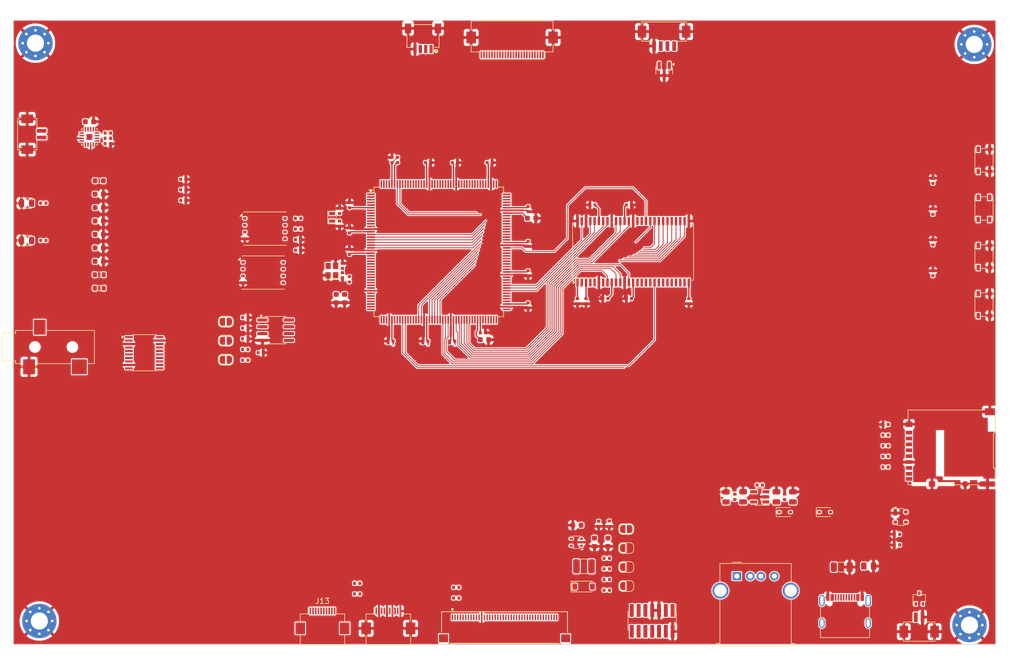
<source format=kicad_pcb>
(kicad_pcb (version 20240108) (generator "pcbnew") (generator_version "8.0")
  (layers (0 "F.Cu" signal) (1 "In1.Cu" signal) (2 "In2.Cu" signal) (31 "B.Cu" signal) (34 "B.Paste" user) (35 "F.Paste" user) (36 "B.SilkS" user "B.Silkscreen") (37 "F.SilkS" user "F.Silkscreen") (38 "B.Mask" user) (39 "F.Mask" user) (44 "Edge.Cuts" user))
  (net 0 "")
  (net 1 "/LCD/LED_A")
  (net 2 "GND")
  (net 3 "Net-(C34-Pad1)")
  (net 4 "/MCU/XIN")
  (net 5 "VDD")
  (net 6 "+3V3")
  (net 7 "/MCU/XOUT")
  (net 8 "/MCU/OSC32_OUT")
  (net 9 "/MCU/OSC32_IN")
  (net 10 "/USB/SHIELD")
  (net 11 "/MCU/NRST")
  (net 12 "/MEMORY SD CARD/SD_CLK")
  (net 13 "/MEMORY SD CARD/SD_DAT3")
  (net 14 "/LCD/LCD_B1")
  (net 15 "/MEMORY SD CARD/SD_DAT0")
  (net 16 "/LCD/LCD_R0")
  (net 17 "/LCD/LCD_TP_SCL")
  (net 18 "/LCD/LCD_TP_SDA")
  (net 19 "/LCD/LCD_DISP")
  (net 20 "/LCD/LCD_R4")
  (net 21 "/LCD/LCD_R5")
  (net 22 "/LCD/LCD_R1")
  (net 23 "/MEMORY SD CARD/SD_DAT2")
  (net 25 "/MEMORY SD CARD/SD_CMD")
  (net 26 "/MEMORY SD CARD/SD_DAT1")
  (net 27 "/MEMORY SD CARD/SD_DET")
  (net 28 "/LCD/LCD_G4")
  (net 29 "/LCD/LCD_G7")
  (net 30 "/LCD/LCD_R6")
  (net 31 "/LCD/LCD_B5")
  (net 32 "/LCD/LCD_CS")
  (net 33 "/IO/STEMMA_SDA")
  (net 34 "/IO/STEMMA_SCL")
  (net 35 "/LCD/LTDC_HSYNC")
  (net 36 "/LCD/LCD_SCL")
  (net 37 "/LCD/LCD_SDA")
  (net 38 "/LCD/LTDC_VSYNC")
  (net 39 "/LCD/LTDC_CLK")
  (net 40 "/LCD/LCD_B6")
  (net 41 "/LCD/LTDC_DE")
  (net 42 "/LCD/LCD_B7")
  (net 43 "/LCD/LCD_B4")
  (net 44 "/LCD/LCD_G5")
  (net 45 "/LCD/LCD_B3")
  (net 46 "/IO/DBG_TX")
  (net 47 "/IO/DBG_SWCLK")
  (net 48 "/IO/DBG_SWDIO")
  (net 49 "/IO/DBG_RX")
  (net 50 "/IO/DBG_SWO")
  (net 51 "/AUDIO/SPK-")
  (net 52 "/LCD/LCD_G2")
  (net 53 "/AUDIO/SPK+")
  (net 54 "/LCD/LCD_G6")
  (net 55 "/LCD/LCD_G3")
  (net 56 "/LCD/LED_K")
  (net 57 "/LCD/LCD_R7")
  (net 58 "/LCD/LCD_R3")
  (net 59 "Net-(J4-CC1)")
  (net 60 "VBUS")
  (net 62 "/USB/USB_D+")
  (net 63 "Net-(J4-CC2)")
  (net 65 "/USB/USB_D-")
  (net 68 "/LCD/LCD_R2")
  (net 69 "/LCD/LCD_G1")
  (net 70 "/LCD/LCD_BLK")
  (net 71 "/LCD/LCD_G0")
  (net 73 "Net-(JP5-A)")
  (net 74 "Net-(JP6-A)")
  (net 75 "/MCU/BOOT0")
  (net 76 "/MCU/BTN0")
  (net 77 "/MCU/QUADSPI_BK1_NCS")
  (net 78 "/MCU/BTN1")
  (net 79 "Net-(JP7-A)")
  (net 80 "/MCU/QUADSPI_BK2_NCS")
  (net 81 "Net-(D10-A)")
  (net 82 "/AUDIO/I2S_SD_MODE")
  (net 84 "/AUDIO/GAIN_SLOT")
  (net 87 "Net-(U6-~{SD_MODE})")
  (net 88 "/MEMORY EEPROM/SDA")
  (net 89 "/MEMORY EEPROM/SCL")
  (net 90 "/MCU/QUADSPI_BK1_IO1")
  (net 91 "/MCU/SDRAM_DQ10")
  (net 92 "/MCU/SDRAM_ADD10")
  (net 93 "/MCU/SDRAM_DQ4")
  (net 94 "/MCU/SDRAM_DQ2")
  (net 95 "/MCU/SDRAM_ADD9")
  (net 96 "/MCU/SDRAM_DQ9")
  (net 97 "/MCU/SDRAM_DQ13")
  (net 98 "/MCU/SDRAM_DQ6")
  (net 99 "/MCU/SDRAM_ADD11")
  (net 100 "/MCU/SDRAM_ADD0")
  (net 101 "/MCU/SDRAM_ADD7")
  (net 102 "/MCU/SDRAM_ADD8")
  (net 103 "/MCU/SDRAM_DQ8")
  (net 104 "/MCU/SDRAM_DQ0")
  (net 105 "/MCU/SDRAM_ADD6")
  (net 106 "/MCU/SDRAM_ADD3")
  (net 107 "/MCU/SDRAM_DQ5")
  (net 108 "/MCU/SDRAM_DQ12")
  (net 109 "/MCU/SDRAM_DQ11")
  (net 110 "/MCU/SDRAM_DQ7")
  (net 111 "/MCU/SDRAM_DQ1")
  (net 112 "/MCU/SDRAM_DQ3")
  (net 113 "/MCU/SDRAM_DQ15")
  (net 114 "/MCU/SDRAM_DQ14")
  (net 115 "/MCU/SDRAM_ADD5")
  (net 116 "/MCU/SDRAM_ADD2")
  (net 117 "/MCU/SDRAM_ADD1")
  (net 118 "/MCU/SDRAM_ADD4")
  (net 119 "/MCU/QUADSPI_BK1_IO3")
  (net 120 "/MCU/QUADSPI_BK1_IO0")
  (net 121 "/MCU/QUADSPI_CLK")
  (net 122 "/MCU/QUADSPI_BK1_IO2")
  (net 123 "/MCU/QUADSPI_BK2_IO0")
  (net 124 "/MCU/QUADSPI_BK2_IO3")
  (net 125 "/MCU/QUADSPI_BK2_IO1")
  (net 126 "/MCU/QUADSPI_BK2_IO2")
  (net 127 "/AUDIO/I2S_CK")
  (net 128 "/AUDIO/I2S_SDO")
  (net 129 "/AUDIO/I2S_WS")
  (net 130 "Net-(U2-PDR_ON)")
  (net 131 "Net-(D4-A)")
  (net 132 "Net-(U8-EN)")
  (net 134 "Net-(D5-A)")
  (net 135 "Net-(D6-A)")
  (net 136 "/MCU/LED_0")
  (net 137 "/MCU/LED_1")
  (net 138 "VB")
  (net 139 "VBAT")
  (net 140 "Net-(D8-A)")
  (net 141 "Net-(JP1-B)")
  (net 142 "Net-(JP2-B)")
  (net 143 "Net-(JP3-B)")
  (net 144 "Net-(JP4-B)")
  (net 145 "+5V")
  (net 148 "/MEMORY SDRAM/SDRAM_CLK")
  (net 149 "/MEMORY SDRAM/SDRAM_LDQM")
  (net 150 "/IO/USART2_RX")
  (net 151 "/IO/USART2_TX")
  (net 167 "/MCU/SDRAM_ADD12")
  (net 194 "/MEMORY SDRAM/~{SDRAM_CAS}")
  (net 195 "/LCD/LCD_B0")
  (net 196 "/LCD/LCD_B2")
  (net 197 "/MEMORY SDRAM/SDRAM_CKE")
  (net 198 "/MEMORY SDRAM/~{SDRAM_RAS}")
  (net 240 "/MEMORY SDRAM/SDRAM_BA0")
  (net 242 "/MEMORY SDRAM/SDRAM_UDQM")
  (net 243 "/MEMORY SDRAM/~{SDRAM_CS}")
  (net 244 "/MEMORY SDRAM/~{SDRAM_WE}")
  (net 245 "/MEMORY SDRAM/SDRAM_BA1")
  (net 246 "/LCD/LCD_TP_INT")
  (net 247 "/LCD/LCD_TP_RST")
  (net 254 "/DCMI/DCMI_D2")
  (net 255 "/DCMI/DCMI_PIXCLK")
  (net 256 "/DCMI/DCMI_VSYNC")
  (net 259 "/DCMI/DCMI_D3")
  (net 261 "/DCMI/DCMI_D0")
  (net 263 "/DCMI/DCMI_D6")
  (net 265 "/DCMI/DCMI_D1")
  (net 267 "/DCMI/DCMI_D7")
  (net 268 "/DCMI/DCMI_D4")
  (net 269 "/DCMI/DCMI_HSYNC")
  (net 270 "/DCMI/DCMI_D5")
  (net 273 "/AUDIO/DIN")
  (net 275 "+3V3A")
  (net 278 "Net-(U10-CAPP)")
  (net 279 "/AUDIO/LRCK")
  (net 280 "Net-(U10-VNEG)")
  (net 281 "Net-(U10-OUTR)")
  (net 282 "Net-(U10-OUTL)")
  (net 285 "Net-(U10-CAPM)")
  (net 286 "/AUDIO/BCK")
  (net 287 "Net-(C51-Pad1)")
  (net 288 "Net-(C52-Pad1)")
  (footprint "MountingHole:MountingHole_3.2mm_M3_Pad_Via" (layer "F.Cu") (at 54.496 40.7162 180)
    (property "Reference" "H3" (hide yes))
    (property "Value" "MountingHole_Pad")
  )
  (footprint "Capacitor_SMD:C_0402_1005Metric" (layer "F.Cu") (at 111.8131 84.0954 -90)
    (property "Reference" "C40" (hide yes))
    (property "Value" "16p")
  )
  (footprint "Resistor_SMD:R_0402_1005Metric" (layer "F.Cu") (at 122.1108 62.5378 -90)
    (property "Reference" "R19" (hide yes))
    (property "Value" "10K")
  )
  (footprint "Capacitor_SMD:C_0402_1005Metric" (layer "F.Cu") (at 222.0976 83.7158 90)
    (property "Reference" "C28" (hide yes))
    (property "Value" "100n")
  )
  (footprint "Capacitor_SMD:C_0402_1005Metric" (layer "F.Cu") (at 82.092 70.1012)
    (property "Reference" "C59" (hide yes))
    (property "Value" "100n")
  )
  (footprint "Capacitor_SMD:C_0402_1005Metric" (layer "F.Cu") (at 158.516 70.9552 180)
    (property "Reference" "C37" (hide yes))
    (property "Value" "100n")
  )
  (footprint "MountingHole:MountingHole_3.2mm_M3_Pad_Via" (layer "F.Cu") (at 55.2196 148.717 180)
    (property "Reference" "H4" (hide yes))
    (property "Value" "MountingHole_Pad")
  )
  (footprint "SM04B-SRSS-TB_LF__SN_:JST_SM04B-SRSS-TB_LF__SN_" (layer "F.Cu") (at 126.873 41.8272 180)
    (property "Reference" "J5" (hide yes))
    (property "Value" "I2C-STEMMA-QT")
  )
  (footprint "Resistor_SMD:R_0402_1005Metric" (layer "F.Cu") (at 213.2612 119.9386 180)
    (property "Reference" "R7" (hide yes))
    (property "Value" "10K")
  )
  (footprint "Resistor_SMD:R_0402_1005Metric" (layer "F.Cu") (at 68.008203 58.5036 180)
    (property "Reference" "R15" (hide yes))
    (property "Value" "NC")
  )
  (footprint "Resistor_SMD:R_0402_1005Metric" (layer "F.Cu") (at 93.6736 97.971)
    (property "Reference" "R31" (hide yes))
    (property "Value" "2K2")
  )
  (footprint "Resistor_SMD:R_0402_1005Metric" (layer "F.Cu") (at 55.9585 70.625334 180)
    (property "Reference" "R23" (hide yes))
    (property "Value" "1K")
  )
  (footprint "Resistor_SMD:R_0402_1005Metric" (layer "F.Cu") (at 114.5774 143.6624)
    (property "Reference" "R34" (hide yes))
    (property "Value" "4K7")
  )
  (footprint "Capacitor_SMD:C_0402_1005Metric" (layer "F.Cu") (at 165.316 70.9552)
    (property "Reference" "C36" (hide yes))
    (property "Value" "100n")
  )
  (footprint "Connector_USB:USB_A_Molex_67643_Horizontal" (layer "F.Cu") (at 185.476 140.3344)
    (property "Reference" "J12" (hide yes))
    (property "Value" "USB_A")
  )
  (footprint "Capacitor_SMD:C_0402_1005Metric" (layer "F.Cu") (at 121.0656 62.5678 90)
    (property "Reference" "C10" (hide yes))
    (property "Value" "100n")
  )
  (footprint "Capacitor_SMD:C_0402_1005Metric" (layer "F.Cu") (at 222.0976 77.958467 90)
    (property "Reference" "C27" (hide yes))
    (property "Value" "100n")
  )
  (footprint "Resistor_SMD:R_0402_1005Metric" (layer "F.Cu") (at 93.6736 93.991)
    (property "Reference" "R6" (hide yes))
    (property "Value" "10K")
  )
  (footprint "Crystal:Crystal_SMD_2012-2Pin_2.0x1.2mm" (layer "F.Cu") (at 109.8934 73.2636 90)
    (property "Reference" "Y2" (hide yes))
    (property "Value" "32.768KHz")
  )
  (footprint "Connector_USB:USB_C_Receptacle_G-Switch_GT-USB-7010ASV" (layer "F.Cu") (at 205.6892 148.0312)
    (property "Reference" "J4" (hide yes))
    (property "Value" "USB-C")
  )
  (footprint "Package_TO_SOT_SMD:SOT-23-5" (layer "F.Cu") (at 189.7579 125.5166 180)
    (property "Reference" "U8" (hide yes))
    (property "Value" "TLV75733PDBV")
  )
  (footprint "Jumper:SolderJumper-2_P1.3mm_Open_RoundedPad1.0x1.5mm" (layer "F.Cu") (at 90.0436 99.881)
    (property "Reference" "JP7" (hide yes))
    (property "Value" "JMP")
  )
  (footprint "Resistor_SMD:R_0402_1005Metric" (layer "F.Cu") (at 68.008203 59.510201)
    (property "Reference" "R16" (hide yes))
    (property "Value" "NC")
  )
  (footprint "Capacitor_SMD:C_0603_1608Metric" (layer "F.Cu") (at 66.402 78.9812)
    (property "Reference" "C56" (hide yes))
    (property "Value" "10u")
  )
  (footprint "Connector_PinHeader_1.27mm:PinHeader_2x07_P1.27mm_Vertical_SMD" (layer "F.Cu") (at 169.672 148.6916 -90)
    (property "Reference" "J7" (hide yes))
    (property "Value" "swd")
  )
  (footprint "Capacitor_SMD:C_0402_1005Metric" (layer "F.Cu") (at 157.316 88.9352 -90)
    (property "Reference" "C29" (hide yes))
    (property "Value" "100n")
  )
  (footprint "Resistor_SMD:R_0402_1005Metric" (layer "F.Cu") (at 213.2612 115.9586 180)
    (property "Reference" "R9" (hide yes))
    (property "Value" "10K")
  )
  (footprint "LED_SMD:LED_0805_2012Metric" (layer "F.Cu") (at 183.4578 125.5366 -90)
    (property "Reference" "D4" (hide yes))
    (property "Value" "GREEN")
  )
  (footprint "Resistor_SMD:R_0402_1005Metric" (layer "F.Cu") (at 194.4137 125.5166 90)
    (property "Reference" "R22" (hide yes))
    (property "Value" "100K")
  )
  (footprint "Capacitor_SMD:C_0603_1608Metric" (layer "F.Cu") (at 66.402 76.4712)
    (property "Reference" "C54" (hide yes))
    (property "Value" "10u")
  )
  (footprint "Package_SON:WSON-8-1EP_8x6mm_P1.27mm_EP3.4x4.3mm" (layer "F.Cu") (at 97.3415 75.379)
    (property "Reference" "U4" (hide yes))
    (property "Value" "MT25Q")
  )
  (footprint "Capacitor_SMD:C_0402_1005Metric" (layer "F.Cu") (at 139.3156 63.0478)
    (property "Reference" "C8" (hide yes))
    (property "Value" "100n")
  )
  (footprint "Package_TO_SOT_SMD:SOT-323_SC-70" (layer "F.Cu") (at 219.5572 144.5212 90)
    (property "Reference" "D7" (hide yes))
    (property "Value" "BAT54CW")
  )
  (footprint "Package_QFP:LQFP-176_24x24mm_P0.5mm" (layer "F.Cu") (at 129.8156 79.7228)
    (property "Reference" "U2" (hide yes))
    (property "Value" "STM32H743IITx")
  )
  (footprint "Resistor_SMD:R_0402_1005Metric" (layer "F.Cu") (at 161.1904 138.98)
    (property "Reference" "R28" (hide yes))
    (property "Value" "2.0R")
  )
  (footprint "Capacitor_SMD:C_0402_1005Metric" (layer "F.Cu") (at 96.5636 98.571)
    (property "Reference" "C20" (hide yes))
    (property "Value" "100n")
  )
  (footprint "Resistor_SMD:R_0402_1005Metric" (layer "F.Cu") (at 213.2612 117.9486 180)
    (property "Reference" "R8" (hide yes))
    (property "Value" "10K")
  )
  (footprint "Resistor_SMD:R_0805_2012Metric" (layer "F.Cu") (at 210.1 138.443)
    (property "Reference" "R13" (hide yes))
    (property "Value" "1M/0805")
  )
  (footprint "Capacitor_SMD:C_0805_2012Metric" (layer "F.Cu") (at 186.64 125.5166 90)
    (property "Reference" "C44" (hide yes))
    (property "Value" "2.2u")
  )
  (footprint "Capacitor_SMD:C_0402_1005Metric" (layer "F.Cu") (at 146.4906 71.7228 -90)
    (property "Reference" "C14" (hide yes))
    (property "Value" "100n")
  )
  (footprint "Resistor_SMD:R_0402_1005Metric" (layer "F.Cu") (at 161.6504 130.53 -90)
    (property "Reference" "R25" (hide yes))
    (property "Value" "8.2R")
  )
  (footprint "Capacitor_SMD:C_0402_1005Metric" (layer "F.Cu") (at 132.3156 96.3978 180)
    (property "Reference" "C5" (hide yes))
    (property "Value" "100n")
  )
  (footprint "Capacitor_SMD:C_0603_1608Metric" (layer "F.Cu") (at 64.5812 55.395401)
    (property "Reference" "C23" (hide yes))
    (property "Value" "10u")
  )
  (footprint "Resistor_SMD:R_0402_1005Metric" (layer "F.Cu") (at 133.0706 144.4244)
    (property "Reference" "R36" (hide yes))
    (property "Value" "4K7")
  )
  (footprint "Resistor_SMD:R_0402_1005Metric" (layer "F.Cu") (at 68.008203 57.5036 180)
    (property "Reference" "R14" (hide yes))
    (property "Value" "1M")
  )
  (footprint "Capacitor_SMD:C_0402_1005Metric" (layer "F.Cu") (at 146.4906 78.2228 -90)
    (property "Reference" "C15" (hide yes))
    (property "Value" "100n")
  )
  (footprint "Package_TO_SOT_SMD:SOT-353_SC-70-5" (layer "F.Cu") (at 155.5004 133.995 180)
    (property "Reference" "U5" (hide yes))
    (property "Value" "TPS61169")
  )
  (footprint "Capacitor_SMD:C_0402_1005Metric" (layer "F.Cu") (at 138.0456 94.8436)
    (property "Reference" "C9" (hide yes))
    (property "Value" "100n")
  )
  (footprint "Capacitor_SMD:C_0603_1608Metric" (layer "F.Cu") (at 66.402 68.9412)
    (property "Reference" "C51" (hide yes))
    (property "Value" "2.2u")
  )
  (footprint "Jumper:SolderJumper-2_P1.3mm_Open_RoundedPad1.0x1.5mm" (layer "F.Cu") (at 90.0436 96.331)
    (property "Reference" "JP6" (hide yes))
    (property "Value" "JMP")
  )
  (footprint "Capacitor_SMD:C_0402_1005Metric" (layer "F.Cu") (at 103.5254 79.4108)
    (property "Reference" "C22" (hide yes))
    (property "Value" "100n")
  )
  (footprint "Capacitor_SMD:C_0402_1005Metric" (layer "F.Cu") (at 213.2812 111.9886 180)
    (property "Reference" "C18" (hide yes))
    (property "Value" "100n")
  )
  (footprint "Jumper:SolderJumper-2_P1.3mm_Open_RoundedPad1.0x1.5mm" (layer "F.Cu") (at 164.8204 135.08 180)
    (property "Reference" "JP3" (hide yes))
    (property "Value" "JMP")
  )
  (footprint "Capacitor_SMD:C_0402_1005Metric" (layer "F.Cu") (at 127.3156 96.3978 180)
    (property "Reference" "C7" (hide yes))
    (property "Value" "100n")
  )
  (footprint "Capacitor_SMD:C_0402_1005Metric" (layer "F.Cu") (at 111.8131 82.3454 90)
    (property "Reference" "C39" (hide yes))
    (property "Value" "16p")
  )
  (footprint "Capacitor_SMD:C_0402_1005Metric" (layer "F.Cu") (at 132.8156 63.0478)
    (property "Reference" "C13" (hide yes))
    (property "Value" "100n")
  )
  (footprint "Resistor_SMD:R_0402_1005Metric" (layer "F.Cu") (at 133.0706 142.4344)
    (property "Reference" "R35" (hide yes))
    (property "Value" "4K7")
  )
  (footprint "Capacitor_SMD:C_0402_1005Metric" (layer "F.Cu") (at 127.8156 63.0478)
    (property "Reference" "C12" (hide yes))
    (property "Value" "100n")
  )
  (footprint "Capacitor_SMD:C_0603_1608Metric" (layer "F.Cu") (at 66.402 66.4312)
    (property "Reference" "C50" (hide yes))
    (property "Value" "2.2u")
  )
  (footprint "Capacitor_SMD:C_0603_1608Metric" (layer "F.Cu") (at 161.3904 133.99 -90)
    (property "Reference" "C46" (hide yes))
    (property "Value" "1u")
  )
  (footprint "Capacitor_SMD:C_0402_1005Metric" (layer "F.Cu") (at 159.6704 130.55 -90)
    (property "Reference" "C49" (hide yes))
    (property "Value" "100n")
  )
  (footprint "Resistor_SMD:R_0402_1005Metric" (layer "F.Cu") (at 161.1904 136.99)
    (property "Reference" "R29" (hide yes))
    (property "Value" "10K")
  )
  (footprint "Button_Switch_SMD:SW_SPST_PTS810" (layer "F.Cu") (at 231.6308 80.602 90)
    (property "Reference" "SW3" (hide yes))
    (property "Value" "SW_Push")
  )
  (footprint "Capacitor_SMD:C_0805_2012Metric" (layer "F.Cu") (at 195.9516 125.5166 90)
    (property "Reference" "C45" (hide yes))
    (property "Value" "10uF/0805")
  )
  (footprint "Connector_Audio:Jack_3.5mm_CUI_SJ-3523-SMT_Horizontal" (layer "F.Cu") (at 56.896 97.5106 90)
    (property "Reference" "J11" (hide yes))
    (property "Value" "AudioJack3")
  )
  (footprint "Capacitor_SMD:C_0402_1005Metric" (layer "F.Cu") (at 103.5254 77.4408)
    (property "Reference" "C21" (hide yes))
    (property "Value" "100n")
  )
  (footprint "Resistor_SMD:R_0402_1005Metric" (layer "F.Cu") (at 114.5774 141.6724)
    (property "Reference" "R33" (hide yes))
    (property "Value" "4K7")
  )
  (footprint "Package_SO:TSOP-II-54_22.2x10.16mm_P0.8mm" (layer "F.Cu") (at 166.116 79.7052 90)
    (property "Reference" "U9" (hide yes))
    (property "Value" "MT48LC16M16A2P")
  )
  (footprint "Package_SON:WSON-8-1EP_8x6mm_P1.27mm_EP3.4x4.3mm" (layer "F.Cu") (at 97.0069 83.5914)
    (property "Reference" "U1" (hide yes))
    (property "Value" "MT25Q")
  )
  (footprint "Capacitor_SMD:C_0603_1608Metric" (layer "F.Cu") (at 66.402 81.4912)
    (property "Reference" "C58" (hide yes))
    (property "Value" "10u")
  )
  (footprint "Diode_SMD:D_SOD-323" (layer "F.Cu") (at 201.9235 128.3614)
    (property "Reference" "D10" (hide yes))
    (property "Value" "NSR0320MW2T1G")
  )
  (footprint "Package_SO:SOIC-8_3.9x4.9mm_P1.27mm" (layer "F.Cu") (at 99.3536 94.361)
    (property "Reference" "U7" (hide yes))
    (property "Value" "CAT24C128")
  )
  (footprint "LED_SMD:LED_0805_2012Metric" (layer "F.Cu") (at 52.8343 77.597)
    (property "Reference" "D6" (hide yes))
    (property "Value" "RED")
  )
  (footprint "Capacitor_SMD:C_0603_1608Metric" (layer "F.Cu") (at 112.2302 88.4404 -90)
    (property "Reference" "C26" (hide yes))
    (property "Value" "1u")
  )
  (footprint "Button_Switch_SMD:SW_SPST_PTS810" (layer "F.Cu") (at 231.6308 62.6188 90)
    (property "Reference" "SW1" (hide yes))
    (property "Value" "SW_Push")
  )
  (footprint "Crystal:Crystal_SMD_2520-4Pin_2.5x2.0mm" (layer "F.Cu") (at 109.8426 83.2204 90)
    (property "Reference" "Y1" (hide yes))
    (property "Value" "25MHz")
  )
  (footprint "Connector_Hirose:Hirose_DF13C_CL535-0404-8-51_1x04-1MP_P1.25mm_Vertical" (layer "F.Cu") (at 171.892 39.8072 180)
    (property "Reference" "J9" (hide yes))
    (property "Value" "UART")
  )
  (footprint "MountingHole:MountingHole_3.2mm_M3_Pad_Via" (layer "F.Cu") (at 229.814456 40.949544 180)
    (property "Reference" "H1" (hide yes))
    (property "Value" "MountingHole_Pad")
  )
  (footprint "Package_TO_SOT_SMD:SOT-23" (layer "F.Cu") (at 171.9174 45.8447 -90)
    (property "Reference" "D9" (hide yes))
    (property "Value" "ESDA14V2L")
  )
  (footprint "Capacitor_SMD:C_0603_1608Metric" (layer "F.Cu") (at 66.402 73.9612)
    (property "Reference" "C53" (hide yes))
    (property "Value" "2.2u")
  )
  (footprint "Capacitor_SMD:C_0402_1005Metric" (layer "F.Cu") (at 82.092 68.1312)
    (property "Reference" "C57" (hide yes))
    (property "Value" "100n")
  )
  (footprint "Button_Switch_SMD:SW_SPST_PTS810" (layer "F.Cu") (at 231.6308 89.5936 90)
    (property "Reference" "SW4" (hide yes))
    (property "Value" "SW_Push")
  )
  (footprint "Resistor_SMD:R_0402_1005Metric" (layer "F.Cu") (at 215.39 134.493)
    (property "Reference" "R12" (hide yes))
    (property "Value" "5K1")
  )
  (footprint "Resistor_SMD:R_0603_1608Metric" (layer "F.Cu") (at 66.402 84.0012)
    (property "Reference" "R37" (hide yes))
    (property "Value" "470")
  )
  (footprint "Resistor_SMD:R_0402_1005Metric" (layer "F.Cu") (at 113.1192 84.846 90)
    (property "Reference" "R17" (hide yes))
    (property "Value" "10K")
  )
  (footprint "Resistor_SMD:R_0402_1005Metric" (layer "F.Cu") (at 93.6736 99.961)
    (property "Reference" "R32" (hide yes))
    (property "Value" "2K2")
  )
  (footprint "Connector_FFC-FPC:Hirose_FH12-10S-0.5SH_1x10-1MP_P0.50mm_Horizontal" (layer "F.Cu") (at 120.396 148.6862)
    (property "Reference" "J3" (hide yes))
    (property "Value" "Conn_01x10_MountingPin")
  )
  (footprint "Resistor_SMD:R_0402_1005Metric" (layer "F.Cu") (at 161.1904 142.96)
    (property "Reference" "R26" (hide yes))
    (property "Value" "8.2R")
  )
  (footprint "Resistor_SMD:R_0402_1005Metric" (layer "F.Cu") (at 185.1034 125.5166 90)
    (property "Reference" "R21" (hide yes))
    (property "Value" "2K2")
  )
  (footprint "Capacitor_SMD:C_0402_1005Metric" (layer "F.Cu") (at 113.1406 79.7228 90)
    (property "Reference" "C4" (hide yes))
    (property "Value" "100n")
  )
  (footprint "Connector_Hirose:Hirose_DF13C_CL535-0402-2-51_1x02-1MP_P1.25mm_Vertical" (layer "F.Cu") (at 219.5322 149.4536)
    (property "Reference" "J6" (hide yes))
    (property "Value" "BAT")
  )
  (footprint "Jumper:SolderJumper-2_P1.3mm_Open_RoundedPad1.0x1.5mm" (layer "F.Cu") (at 164.8204 138.63 180)
    (property "Reference" "JP2" (hide yes))
    (property "Value" "JMP")
  )
  (footprint "MAX98357AETE_:QFN50P300X300X80-17N" (layer "F.Cu") (at 64.5562 58.2536 180)
    (property "Reference" "U6" (hide yes))
    (property "Value" "MAX98357AETE_")
  )
  (footprint "Capacitor_SMD:C_0402_1005Metric" (layer "F.Cu") (at 111.2904 74.4436 -90)
    (property "Reference" "C41" (hide yes))
    (property "Value" "10p")
  )
  (footprint "Resistor_SMD:R_0402_1005Metric" (layer "F.Cu") (at 189.7579 123.3068)
    (property "Reference" "R20" (hide yes))
    (property "Value" "10K")
  )
  (footprint "Resistor_SMD:R_0402_1005Metric" (layer "F.Cu") (at 103.5454 73.4708)
    (property "Reference" "R1" (hide yes))
    (property "Value" "10K")
  )
  (footprint "Capacitor_SMD:C_0402_1005Metric" (layer "F.Cu") (at 146.4906 89.7228 -90)
    (property "Reference" "C25" (hide yes))
    (property "Value" "100n")
  )
  (footprint "Capacitor_SMD:C_0603_1608Metric" (layer "F.Cu") (at 110.6554 88.4404 -90)
    (property "Reference" "C19" (hide yes))
    (property "Value" "4u7")
  )
  (footprint "Package_TO_SOT_SMD:SOT-143" (layer "F.Cu") (at 216.06 129.288)
    (property "Reference" "D2" (hide yes))
    (property "Value" "PRTR5V0U2X")
  )
  (footprint "Diode_SMD:D_SOD-123" (layer "F.Cu") (at 156.8604 142.28)
    (property "Reference" "D8" (hide yes))
    (property "Value" "MBR0540")
  )
  (footprint "Connector_Card:microSD_HC_Hirose_DM3AT-SF-PEJM5" (layer "F.Cu") (at 225.3488 116.2812 90)
    (property "Reference" "J1" (hide yes))
    (property "Value" "Micro_SD_Card_Det_Hirose_DM3AT")
  )
  (footprint "Capacitor_SMD:C_0402_1005Metric" (layer "F.Cu") (at 120.8156 96.3978 180)
    (property "Reference" "C6" (hide yes))
    (property "Value" "100n")
  )
  (footprint "Jumper:SolderJumper-2_P1.3mm_Open_RoundedPad1.0x1.5mm" (layer "F.Cu") (at 164.8204 131.53)
    (property "Reference" "JP4" (hide yes))
    (property "Value" "JMP")
  )
  (footprint "FPC-40P-Omron-XF2M-4015-1Apretty:Omron-XF2M-4015-1A-R100-0-0-0" (layer "F.Cu") (at 142.0962 149.9362)
    (property "Reference" "J2" (hide yes))
    (property "Value" "TFT_LCD")
  )
  (footprint "Connector_FFC-FPC:Hirose_FH12-10S-0.5SH_1x10-1MP_P0.50mm_Horizontal" (layer "F.Cu") (at 108.0926 148.6862)
    (property "Reference" "J13")
    (property "Value" "Conn_01x10_MountingPin")
  )
  (footprint "Capacitor_SMD:C_0402_1005Metric" (layer "F.Cu") (at 155.716 88.9352 -90)
    (property "Reference" "C38" (hide yes))
    (property "Value" "100n")
  )
  (footprint "Capacitor_SMD:C_0603_1608Metric" (layer "F.Cu") (at 158.8804 133.99 -90)
    (property "Reference" "C47" (hide yes))
    (property "Value" "1u")
  )
  (footprint "Resistor_SMD:R_0402_1005Metric" (layer "F.Cu") (at 161.1904 140.97)
    (property "Reference" "R27" (hide yes))
    (property "Value" "4.3R")
  )
  (footprint "Capacitor_SMD:C_0402_1005Metric" (layer "F.Cu") (at 222.0976 66.4438 90)
    (property "Reference" "C24" (hide yes))
    (property "Value" "100n")
  )
  (footprint "Resistor_SMD:R_0402_1005Metric" (layer "F.Cu") (at 93.6736 92.001)
    (property "Reference" "R5" (hide yes))
    (property "Value" "10K")
  )
  (footprint "Resistor_SMD:R_0402_1005Metric" (layer "F.Cu") (at 215.39 132.503)
    (property "Reference" "R11" (hide yes))
    (property "Value" "5K1")
  )
  (footprint "Capacitor_SMD:C_0402_1005Metric" (layer "F.Cu") (at 113.1406 70.9928 90)
    (property "Reference" "C11" (hide yes))
    (property "Value" "100n")
  )
  (footprint "Resistor_SMD:R_0402_1005Metric" (layer "F.Cu") (at 222.0976 72.2078 90)
    (property "Reference" "R18" (hide yes))
    (property "Value" "10K")
  )
  (footprint "Capacitor_SMD:C_0805_2012Metric" (layer "F.Cu") (at 192.8758 125.5166 90)
    (property "Reference" "C30" (hide yes))
    (property "Value" "1uF/0805")
  )
  (footprint "Capacitor_SMD:C_1206_3216Metric" (layer "F.Cu") (at 205.07 138.643)
    (property "Reference" "C43" (hide yes))
    (property "Value" "1nF/500V")
  )
  (footprint "Resistor_SMD:R_0603_1608Metric" (layer "F.Cu") (at 66.402 86.5112)
    (property "Reference" "R38" (hide yes))
    (property "Value" "470")
  )
  (footprint "MountingHole:MountingHole_3.2mm_M3_Pad_Via" (layer "F.Cu") (at 228.9302 149.479 180)
    (property "Reference" "H2" (hide yes))
    (property "Value" "MountingHole_Pad")
  )
  (footprint "Capacitor_SMD:C_0603_1608Metric" (layer "F.Cu") (at 147.1506 73.4414)
    (property "Reference" "C34" (hide yes))
    (property "Value" "2u2")
  )
  (footprint "Capacitor_SMD:C_0402_1005Metric" (layer "F.Cu") (at 111.2904 72.0836 90)
    (property "Reference" "C42" (hide yes))
    (property "Value" "10p")
  )
  (footprint "Diode_SMD:D_SOD-323" (layer "F.Cu") (at 194.4362 128.3614)
    (property "Reference" "D3" (hide yes))
    (property "Value" "NSR0320MW2T1G")
  )
  (footprint "Capacitor_SMD:C_0402_1005Metric" (layer "F.Cu") (at 165.316 88.4552 180)
    (property "Reference" "C2" (hide yes))
    (property "Value" "100n")
  )
  (footprint "Capacitor_SMD:C_0402_1005Metric" (layer "F.Cu") (at 82.092 66.1612)
    (property "Reference" "C55" (hide yes))
    (property "Value" "100n")
  )
  (footprint "Connector_Hirose:Hirose_DF13C_CL535-0402-2-51_1x02-1MP_P1.25mm_Vertical" (layer "F.Cu") (at 54.2036 57.7342 -90)
    (property "Reference" "J8" (hide yes))
    (property "Value" "SPKR")
  )
  (footprint "Capacitor_SMD:C_0402_1005Metric" (layer "F.Cu") (at 176.516 88.9352 -90)
    (property "Reference" "C1" (hide yes))
    (property "Value" "100n")
  )
  (footprint "Capacitor_SMD:C_0402_1005Metric" (layer "F.Cu") (at 113.1406 75.7228 90)
    (property "Reference" "C17" (hide yes))
    (property "Value" "100n")
  )
  (footprint "Connector_FFC-FPC:Hirose_FH12-24S-0.5SH_1x24-1MP_P0.50mm_Horizontal" (layer "F.Cu") (at 143.51 41.0566 180)
    (property "Reference" "J10" (hide yes))
    (property "Value" "Conn_01x24_MountingPin")
  )
  (footprint "Capacitor_SMD:C_0402_1005Metric" (layer "F.Cu") (at 146.4906 83.7228 -90)
    (property "Reference" "C16" (hide yes))
    (property "Value" "100n")
  )
  (footprint "Resistor_SMD:R_0402_1005Metric" (layer "F.Cu") (at 55.9585 77.597 180)
    (property "Reference" "R24" (hide yes))
    (property "Value" "1K")
  )
  (footprint "Jumper:SolderJumper-2_P1.3mm_Open_RoundedPad1.0x1.5mm" (layer "F.Cu") (at 90.0436 92.781)
    (property "Reference" "JP5" (hide yes))
    (property "Value" "JMP")
  )
  (footprint "Jumper:SolderJumper-2_P1.3mm_Open_RoundedPad1.0x1.5mm" (layer "F.Cu") (at 164.8204 142.18 180)
    (property "Reference" "JP1" (hide yes))
    (property "Value" "JMP")
  )
  (footprint "Package_SO:TSSOP-20_4.4x6.5mm_P0.65mm" (layer "F.Cu") (at 74.8127 98.5774)
    (property "Reference" "U10" (hide yes))
    (property "Value" "PCM5102A")
  )
  (footprint "Inductor_SMD:L_1210_3225Metric" (layer "F.Cu") (at 156.9304 138.5)
    (property "Reference" "L2" (hide yes))
    (property "Value" "6.8u")
  )
  (footprint "Capacitor_SMD:C_0603_1608Metric" (layer "F.Cu") (at 66.402 71.4512)
    (property "Reference" "C52" (hide yes))
    (property "Value" "2.2u")
  )
  (footprint "LED_SMD:LED_0805_2012Metric" (layer "F.Cu") (at 52.8343 70.625334)
    (property "Reference" "D5" (hide yes))
    (property "Value" "RED")
  )
  (footprint "Resistor_SMD:R_0402_1005Metric" (layer "F.Cu") (at 103.5454 75.4608)
    (property "Reference" "R2" (hide yes))
    (property "Value" "10K")
  )
  (footprint "Resistor_SMD:R_0402_1005Metric" (layer "F.Cu") (at 213.2612 113.9686 180)
    (property "Reference" "R10" (hide yes))
    (property "Value" "10K")
  )
  (footprint "Capacitor_SMD:C_0603_1608Metric" (layer "F.Cu") (at 138.3406 96.1368)
    (property "Reference" "C35" (hide yes))
    (property "Value" "2u2")
  )
  (footprint "Button_Switch_SMD:SW_SPST_PTS810" (layer "F.Cu") (at 231.6308 71.6104 90)
    (property "Reference" "SW2" (hide yes))
    (property "Value" "SW_Push")
  )
  (footprint "Capacitor_SMD:C_0603_1608Metric" (layer "F.Cu") (at 155.6204 130.82 180)
    (property "Reference" "C48" (hide yes))
    (property "Value" "10u")
  )
  (footprint "Capacitor_SMD:C_0402_1005Metric" (layer "F.Cu") (at 160.916 88.4552 180)
    (property "Reference" "C3" (hide yes))
    (property "Value" "100n")
  )
  (footprint "Resistor_SMD:R_0402_1005Metric" (layer "F.Cu") (at 93.6736 95.981)
    (property "Reference" "R30" (hide yes))
    (property "Value" "10K")
  )
  (gr_line (start 50.3962 36.475) (end 50.3962 153.075) (stroke (width 0.1)) (layer "Edge.Cuts"))
  (gr_line (start 233.7962 36.475) (end 233.7962 153.075) (stroke (width 0.1)) (layer "Edge.Cuts"))
  (gr_line (start 50.3962 153.075) (end 233.7962 153.075) (stroke (width 0.1)) (layer "Edge.Cuts"))
  (gr_line (start 50.3962 36.475) (end 233.7962 36.475) (stroke (width 0.1)) (layer "Edge.Cuts"))
  (segment (start 127.0656 96.1678) (end 126.8356 96.3978) (width 0.25) (layer "F.Cu") (net 2))
  (segment (start 132.0656 92.3978) (end 132.0656 96.1678) (width 0.25) (layer "F.Cu") (net 2))
  (segment (start 120.3356 97.1114) (end 120.3328 97.1142) (width 0.25) (layer "F.Cu") (net 2))
  (segment (start 131.8356 96.3978) (end 131.8356 97.1108) (width 0.25) (layer "F.Cu") (net 2))
  (segment (start 139.5656 63.2778) (end 139.7956 63.0478) (width 0.25) (layer "F.Cu") (net 2))
  (segment (start 120.5656 92.3978) (end 120.5656 96.1678) (width 0.25) (layer "F.Cu") (net 2))
  (segment (start 142.4906 83.9728) (end 146.2606 83.9728) (width 0.25) (layer "F.Cu") (net 2))
  (segment (start 128.0656 63.2778) (end 128.2956 63.0478) (width 0.25) (layer "F.Cu") (net 2))
  (segment (start 117.1406 79.4728) (end 113.3706 79.4728) (width 0.25) (layer "F.Cu") (net 2))
  (segment (start 126.8356 97.1138) (end 126.8352 97.1142) (width 0.25) (layer "F.Cu") (net 2))
  (segment (start 131.8356 97.1108) (end 131.839 97.1142) (width 0.25) (layer "F.Cu") (net 2))
  (segment (start 117.1406 75.4728) (end 113.3706 75.4728) (width 0.25) (layer "F.Cu") (net 2))
  (segment (start 142.4906 89.9728) (end 146.2606 89.9728) (width 0.25) (layer "F.Cu") (net 2))
  (segment (start 120.5656 96.1678) (end 120.3356 96.3978) (width 0.25) (layer "F.Cu") (net 2))
  (segment (start 120.3356 96.3978) (end 120.3356 97.1114) (width 0.25) (layer "F.Cu") (net 2))
  (segment (start 164.516 85.4552) (end 164.516 88.1352) (width 0.25) (layer "F.Cu") (net 2))
  (segment (start 128.0656 67.0478) (end 128.0656 63.2778) (width 0.25) (layer "F.Cu") (net 2))
  (segment (start 146.2606 83.9728) (end 146.4906 84.2028) (width 0.25) (layer "F.Cu") (net 2))
  (segment (start 113.3706 79.4728) (end 113.1406 79.2428) (width 0.25) (layer "F.Cu") (net 2))
  (segment (start 164.516 88.1352) (end 164.836 88.4552) (width 0.25) (layer "F.Cu") (net 2))
  (segment (start 132.0656 96.1678) (end 131.8356 96.3978) (width 0.25) (layer "F.Cu") (net 2))
  (segment (start 142.4906 78.4728) (end 146.2606 78.4728) (width 0.25) (layer "F.Cu") (net 2))
  (segment (start 133.0656 67.0478) (end 133.0656 63.2778) (width 0.25) (layer "F.Cu") (net 2))
  (segment (start 146.2606 78.4728) (end 146.4906 78.7028) (width 0.25) (layer "F.Cu") (net 2))
  (segment (start 146.2606 89.9728) (end 146.4906 90.2028) (width 0.25) (layer "F.Cu") (net 2))
  (segment (start 159.716 87.7352) (end 160.436 88.4552) (width 0.25) (layer "F.Cu") (net 2))
  (segment (start 142.4906 71.9728) (end 146.2606 71.9728) (width 0.25) (layer "F.Cu") (net 2))
  (segment (start 166.116 71.2752) (end 165.796 70.9552) (width 0.25) (layer "F.Cu") (net 2))
  (segment (start 133.0656 63.2778) (end 133.2956 63.0478) (width 0.25) (layer "F.Cu") (net 2))
  (segment (start 166.116 73.9552) (end 166.116 71.2752) (width 0.25) (layer "F.Cu") (net 2))
  (segment (start 139.5656 67.0478) (end 139.5656 63.2778) (width 0.25) (layer "F.Cu") (net 2))
  (segment (start 113.3706 75.4728) (end 113.1406 75.2428) (width 0.25) (layer "F.Cu") (net 2))
  (segment (start 146.2606 71.9728) (end 146.4906 72.2028) (width 0.25) (layer "F.Cu") (net 2))
  (segment (start 127.0656 92.3978) (end 127.0656 96.1678) (width 0.25) (layer "F.Cu") (net 2))
  (segment (start 159.716 85.4552) (end 159.716 87.7352) (width 0.25) (layer "F.Cu") (net 2))
  (segment (start 126.8356 96.3978) (end 126.8356 97.1138) (width 0.25) (layer "F.Cu") (net 2))
  (via (at 120.3328 97.1142) (size 0.4) (drill 0.25) (layers "F.Cu" "B.Cu") (net 2))
  (via (at 131.839 97.1142) (size 0.4) (drill 0.25) (layers "F.Cu" "B.Cu") (net 2))
  (via (at 126.8352 97.1142) (size 0.4) (drill 0.25) (layers "F.Cu" "B.Cu") (net 2))
  (segment (start 137.0656 94.37211) (end 136.8298 94.60791) (width 0.25) (layer "F.Cu") (net 3))
  (segment (start 137.0656 92.3978) (end 137.0656 94.37211) (width 0.25) (layer "F.Cu") (net 3))
  (segment (start 136.8298 94.60791) (end 136.8298 95.401) (width 0.25) (layer "F.Cu") (net 3))
  (segment (start 142.4906 72.4728) (end 145.407 72.4728) (width 0.25) (layer "F.Cu") (net 3))
  (segment (start 136.8298 95.401) (end 137.5656 96.1368) (width 0.25) (layer "F.Cu") (net 3))
  (segment (start 145.407 72.4728) (end 146.3756 73.4414) (width 0.25) (layer "F.Cu") (net 3))
  (segment (start 127.5656 67.0478) (end 127.5464 67.0286) (width 0.25) (layer "F.Cu") (net 6))
  (segment (start 127.5464 67.0286) (end 127.5464 63.2586) (width 0.25) (layer "F.Cu") (net 6))
  (segment (start 162.116 87.7352) (end 161.396 88.4552) (width 0.25) (layer "F.Cu") (net 6))
  (segment (start 142.4906 71.4728) (end 146.2606 71.4728) (width 0.25) (layer "F.Cu") (net 6))
  (segment (start 132.5656 92.3978) (end 132.5656 96.1678) (width 0.25) (layer "F.Cu") (net 6))
  (segment (start 142.4906 77.9728) (end 146.2606 77.9728) (width 0.25) (layer "F.Cu") (net 6))
  (segment (start 127.5656 96.1678) (end 127.7956 96.3978) (width 0.25) (layer "F.Cu") (net 6))
  (segment (start 159.716 71.6752) (end 158.996 70.9552) (width 0.25) (layer "F.Cu") (net 6))
  (segment (start 155.716 85.4552) (end 155.716 88.4552) (width 0.25) (layer "F.Cu") (net 6))
  (segment (start 121.0656 96.1678) (end 121.2956 96.3978) (width 0.25) (layer "F.Cu") (net 6))
  (segment (start 142.4906 83.4728) (end 146.2606 83.4728) (width 0.25) (layer "F.Cu") (net 6))
  (segment (start 132.7956 97.1056) (end 132.8042 97.1142) (width 0.25) (layer "F.Cu") (net 6))
  (segment (start 132.7956 96.3978) (end 132.7956 97.1056) (width 0.25) (layer "F.Cu") (net 6))
  (segment (start 113.3706 79.9728) (end 113.1406 80.2028) (width 0.25) (layer "F.Cu") (net 6))
  (segment (start 166.116 88.1352) (end 165.796 88.4552) (width 0.25) (layer "F.Cu") (net 6))
  (segment (start 121.0656 63.0478) (end 121.0908 63.0478) (width 0.25) (layer "F.Cu") (net 6))
  (segment (start 162.116 85.4552) (end 162.116 87.7352) (width 0.25) (layer "F.Cu") (net 6))
  (segment (start 117.1406 79.9728) (end 113.3706 79.9728) (width 0.25) (layer "F.Cu") (net 6))
  (segment (start 157.316 85.4552) (end 157.316 88.4552) (width 0.25) (layer "F.Cu") (net 6))
  (segment (start 121.2956 97.1118) (end 121.298 97.1142) (width 0.25) (layer "F.Cu") (net 6))
  (segment (start 127.5464 63.2586) (end 127.3356 63.0478) (width 0.25) (layer "F.Cu") (net 6))
  (segment (start 146.2606 83.4728) (end 146.4906 83.2428) (width 0.25) (layer "F.Cu") (net 6))
  (segment (start 121.0908 63.0478) (end 122.1108 62.0278) (width 0.25) (layer "F.Cu") (net 6))
  (segment (start 117.1406 75.9728) (end 113.3706 75.9728) (width 0.25) (layer "F.Cu") (net 6))
  (segment (start 132.5656 63.2778) (end 132.3356 63.0478) (width 0.25) (layer "F.Cu") (net 6))
  (segment (start 146.2606 77.9728) (end 146.4906 77.7428) (width 0.25) (layer "F.Cu") (net 6))
  (segment (start 127.7956 97.1094) (end 127.8004 97.1142) (width 0.25) (layer "F.Cu") (net 6))
  (segment (start 127.7956 96.3978) (end 127.7956 97.1094) (width 0.25) (layer "F.Cu") (net 6))
  (segment (start 142.4906 89.4728) (end 146.2606 89.4728) (width 0.25) (layer "F.Cu") (net 6))
  (segment (start 132.5656 96.1678) (end 132.7956 96.3978) (width 0.25) (layer "F.Cu") (net 6))
  (segment (start 121.0656 67.0478) (end 121.0656 63.0478) (width 0.25) (layer "F.Cu") (net 6))
  (segment (start 164.516 71.2752) (end 164.836 70.9552) (width 0.25) (layer "F.Cu") (net 6))
  (segment (start 176.516 88.4552) (end 176.516 85.4552) (width 0.25) (layer "F.Cu") (net 6))
  (segment (start 121.2956 96.3978) (end 121.2956 97.1118) (width 0.25) (layer "F.Cu") (net 6))
  (segment (start 139.0656 67.0478) (end 139.0656 63.2778) (width 0.25) (layer "F.Cu") (net 6))
  (segment (start 166.116 85.4552) (end 166.116 88.1352) (width 0.25) (layer "F.Cu") (net 6))
  (segment (start 146.2606 71.4728) (end 146.4906 71.2428) (width 0.25) (layer "F.Cu") (net 6))
  (segment (start 159.716 73.9552) (end 159.716 71.6752) (width 0.25) (layer "F.Cu") (net 6))
  (segment (start 127.5656 92.3978) (end 127.5656 96.1678) (width 0.25) (layer "F.Cu") (net 6))
  (segment (start 132.5656 67.0478) (end 132.5656 63.2778) (width 0.25) (layer "F.Cu") (net 6))
  (segment (start 164.516 73.9552) (end 164.516 71.2752) (width 0.25) (layer "F.Cu") (net 6))
  (segment (start 139.0656 63.2778) (end 138.8356 63.0478) (width 0.25) (layer "F.Cu") (net 6))
  (segment (start 146.2606 89.4728) (end 146.4906 89.2428) (width 0.25) (layer "F.Cu") (net 6))
  (segment (start 121.0656 92.3978) (end 121.0656 96.1678) (width 0.25) (layer "F.Cu") (net 6))
  (segment (start 113.3706 75.9728) (end 113.1406 76.2028) (width 0.25) (layer "F.Cu") (net 6))
  (segment (start 137.5656 92.3978) (end 137.5656 94.8436) (width 0.25) (layer "F.Cu") (net 6))
  (via (at 127.8004 97.1142) (size 0.4) (drill 0.25) (layers "F.Cu" "B.Cu") (net 6))
  (via (at 121.298 97.1142) (size 0.4) (drill 0.25) (layers "F.Cu" "B.Cu") (net 6))
  (via (at 132.8042 97.1142) (size 0.4) (drill 0.25) (layers "F.Cu" "B.Cu") (net 6))
  (segment (start 134.5656 92.3978) (end 134.5656 96.871348) (width 0.15) (layer "F.Cu") (net 91))
  (segment (start 155.409574 81.089174) (end 157.975626 81.089174) (width 0.15) (layer "F.Cu") (net 91))
  (segment (start 150.7632 94.193748) (end 150.7632 85.735548) (width 0.15) (layer "F.Cu") (net 91))
  (segment (start 150.7632 85.735548) (end 155.409574 81.089174) (width 0.15) (layer "F.Cu") (net 91))
  (segment (start 134.5656 96.871348) (end 136.235052 98.5408) (width 0.15) (layer "F.Cu") (net 91))
  (segment (start 146.416148 98.5408) (end 150.7632 94.193748) (width 0.15) (layer "F.Cu") (net 91))
  (segment (start 157.975626 81.089174) (end 162.916 76.1488) (width 0.15) (layer "F.Cu") (net 91))
  (segment (start 136.235052 98.5408) (end 146.416148 98.5408) (width 0.15) (layer "F.Cu") (net 91))
  (segment (start 162.916 76.1488) (end 162.916 73.9552) (width 0.15) (layer "F.Cu") (net 91))
  (segment (start 129.5656 92.3978) (end 129.5656 88.65687) (width 0.15) (layer "F.Cu") (net 92))
  (segment (start 129.5656 88.65687) (end 136.644835 81.577635) (width 0.15) (layer "F.Cu") (net 92))
  (segment (start 152.8632 86.605392) (end 156.279418 83.189174) (width 0.15) (layer "F.Cu") (net 93))
  (segment (start 152.8632 95.063592) (end 152.8632 86.605392) (width 0.15) (layer "F.Cu") (net 93))
  (segment (start 132.327626 100.6408) (end 147.285992 100.6408) (width 0.15) (layer "F.Cu") (net 93))
  (segment (start 160.252774 83.189174) (end 161.316 84.2524) (width 0.15) (layer "F.Cu") (net 93))
  (segment (start 156.279418 83.189174) (end 160.252774 83.189174) (width 0.15) (layer "F.Cu") (net 93))
  (segment (start 130.5656 92.3978) (end 130.5656 98.878774) (width 0.15) (layer "F.Cu") (net 93))
  (segment (start 161.316 84.2524) (end 161.316 85.4552) (width 0.15) (layer "F.Cu") (net 93))
  (segment (start 147.285992 100.6408) (end 152.8632 95.063592) (width 0.15) (layer "F.Cu") (net 93))
  (segment (start 130.5656 98.878774) (end 132.327626 100.6408) (width 0.15) (layer "F.Cu") (net 93))
  (segment (start 171.716 73.9552) (end 171.716 78.33593) (width 0.15) (layer "F.Cu") (net 95))
  (segment (start 129.0656 92.3978) (end 129.0656 88.661896) (width 0.15) (layer "F.Cu") (net 95))
  (segment (start 129.0656 88.661896) (end 136.816448 80.911048) (width 0.15) (layer "F.Cu") (net 95))
  (segment (start 171.716 78.33593) (end 170.42033 79.6316) (width 0.15) (layer "F.Cu") (net 95))
  (segment (start 170.42033 79.6316) (end 167.4622 79.6316) (width 0.15) (layer "F.Cu") (net 95))
  (segment (start 155.554548 81.439174) (end 158.1206 81.439174) (width 0.15) (layer "F.Cu") (net 96))
  (segment (start 134.0656 92.3978) (end 134.0656 96.866322) (width 0.15) (layer "F.Cu") (net 96))
  (segment (start 146.561122 98.8908) (end 151.1132 94.338722) (width 0.15) (layer "F.Cu") (net 96))
  (segment (start 134.0656 96.866322) (end 136.090078 98.8908) (width 0.15) (layer "F.Cu") (net 96))
  (segment (start 136.090078 98.8908) (end 146.561122 98.8908) (width 0.15) (layer "F.Cu") (net 96))
  (segment (start 158.1206 81.439174) (end 163.716 75.843774) (width 0.15) (layer "F.Cu") (net 96))
  (segment (start 163.716 75.843774) (end 163.716 73.9552) (width 0.15) (layer "F.Cu") (net 96))
  (segment (start 151.1132 85.880522) (end 155.554548 81.439174) (width 0.15) (layer "F.Cu") (net 96))
  (segment (start 151.1132 94.338722) (end 151.1132 85.880522) (width 0.15) (layer "F.Cu") (net 96))
  (segment (start 142.4906 86.9728) (end 148.041026 86.9728) (width 0.15) (layer "F.Cu") (net 97))
  (segment (start 148.041026 86.9728) (end 158.916 76.097826) (width 0.15) (layer "F.Cu") (net 97))
  (segment (start 158.916 76.097826) (end 158.916 73.9552) (width 0.15) (layer "F.Cu") (net 97))
  (segment (start 162.346774 82.489174) (end 163.716 83.8584) (width 0.15) (layer "F.Cu") (net 98))
  (segment (start 155.98947 82.489174) (end 162.346774 82.489174) (width 0.15) (layer "F.Cu") (net 98))
  (segment (start 163.716 83.8584) (end 163.716 85.4552) (width 0.15) (layer "F.Cu") (net 98))
  (segment (start 132.8338 99.9408) (end 146.996044 99.9408) (width 0.15) (layer "F.Cu") (net 98))
  (segment (start 131.5656 92.3978) (end 131.5656 95.76702) (width 0.15) (layer "F.Cu") (net 98))
  (segment (start 131.2806 98.3876) (end 132.8338 99.9408) (width 0.15) (layer "F.Cu") (net 98))
  (segment (start 152.1632 86.315444) (end 155.98947 82.489174) (width 0.15) (layer "F.Cu") (net 98))
  (segment (start 152.1632 94.773644) (end 152.1632 86.315444) (width 0.15) (layer "F.Cu") (net 98))
  (segment (start 146.996044 99.9408) (end 152.1632 94.773644) (width 0.15) (layer "F.Cu") (net 98))
  (segment (start 131.2806 96.05202) (end 131.2806 98.3876) (width 0.15) (layer "F.Cu") (net 98))
  (segment (start 131.5656 95.76702) (end 131.2806 96.05202) (width 0.15) (layer "F.Cu") (net 98))
  (segment (start 170.2308 79.2816) (end 167.9448 79.2816) (width 0.15) (layer "F.Cu") (net 99))
  (segment (start 130.0656 88.651844) (end 136.473222 82.244222) (width 0.15) (layer "F.Cu") (net 99))
  (segment (start 170.916 73.9552) (end 170.916 78.5964) (width 0.15) (layer "F.Cu") (net 99))
  (segment (start 130.0656 92.3978) (end 130.0656 88.651844) (width 0.15) (layer "F.Cu") (net 99))
  (segment (start 170.916 78.5964) (end 170.2308 79.2816) (width 0.15) (layer "F.Cu") (net 99))
  (segment (start 117.1406 76.4728) (end 136.049 76.4728) (width 0.15) (layer "F.Cu") (net 100))
  (segment (start 136.049 76.4728) (end 138.6078 73.914) (width 0.15) (layer "F.Cu") (net 100))
  (segment (start 173.316 77.725878) (end 170.710278 80.3316) (width 0.15) (layer "F.Cu") (net 101))
  (segment (start 128.0656 88.671948) (end 137.2108 79.526748) (width 0.15) (layer "F.Cu") (net 101))
  (segment (start 173.316 73.9552) (end 173.316 77.725878) (width 0.15) (layer "F.Cu") (net 101))
  (segment (start 170.710278 80.3316) (end 166.2684 80.3316) (width 0.15) (layer "F.Cu") (net 101))
  (segment (start 128.0656 92.3978) (end 128.0656 88.671948) (width 0.15) (layer "F.Cu") (net 101))
  (segment (start 128.5656 92.3978) (end 128.5656 88.666922) (width 0.15) (layer "F.Cu") (net 102))
  (segment (start 172.516 78.030904) (end 170.565304 79.9816) (width 0.15) (layer "F.Cu") (net 102))
  (segment (start 170.565304 79.9816) (end 166.9542 79.9816) (width 0.15) (layer "F.Cu") (net 102))
  (segment (start 128.5656 88.666922) (end 137.064261 80.168261) (width 0.15) (layer "F.Cu") (net 102))
  (segment (start 172.516 73.9552) (end 172.516 78.030904) (width 0.15) (layer "F.Cu") (net 102))
  (segment (start 146.706096 99.2408) (end 151.4632 94.483696) (width 0.15) (layer "F.Cu") (net 103))
  (segment (start 133.7156 97.011296) (end 135.945104 99.2408) (width 0.15) (layer "F.Cu") (net 103))
  (segment (start 135.945104 99.2408) (end 146.706096 99.2408) (width 0.15) (layer "F.Cu") (net 103))
  (segment (start 158.387026 81.789174) (end 165.316 74.8602) (width 0.15) (layer "F.Cu") (net 103))
  (segment (start 133.5656 92.3978) (end 133.5656 93.144854) (width 0.15) (layer "F.Cu") (net 103))
  (segment (start 133.7156 93.294854) (end 133.7156 97.011296) (width 0.15) (layer "F.Cu") (net 103))
  (segment (start 151.4632 86.025496) (end 155.699522 81.789174) (width 0.15) (layer "F.Cu") (net 103))
  (segment (start 155.699522 81.789174) (end 158.387026 81.789174) (width 0.15) (layer "F.Cu") (net 103))
  (segment (start 133.5656 93.144854) (end 133.7156 93.294854) (width 0.15) (layer "F.Cu") (net 103))
  (segment (start 151.4632 94.483696) (end 151.4632 86.025496) (width 0.15) (layer "F.Cu") (net 103))
  (segment (start 165.316 74.8602) (end 165.316 73.9552) (width 0.15) (layer "F.Cu") (net 103))
  (segment (start 170.855252 80.6816) (end 165.3032 80.6816) (width 0.15) (layer "F.Cu") (net 105))
  (segment (start 126.5656 92.3978) (end 126.5656 89.676974) (width 0.15) (layer "F.Cu") (net 105))
  (segment (start 174.116 77.420852) (end 170.855252 80.6816) (width 0.15) (layer "F.Cu") (net 105))
  (segment (start 126.5656 89.676974) (end 137.432887 78.809687) (width 0.15) (layer "F.Cu") (net 105))
  (segment (start 174.116 73.9552) (end 174.116 77.420852) (width 0.15) (layer "F.Cu") (net 105))
  (segment (start 117.1406 77.9728) (end 136.0984 77.9728) (width 0.15) (layer "F.Cu") (net 106))
  (segment (start 136.0984 77.9728) (end 138.0744 75.9968) (width 0.15) (layer "F.Cu") (net 106))
  (segment (start 130.9306 95.907045) (end 130.9306 98.7488) (width 0.15) (layer "F.Cu") (net 107))
  (segment (start 131.0656 95.772045) (end 130.9306 95.907045) (width 0.15) (layer "F.Cu") (net 107))
  (segment (start 147.141018 100.2908) (end 152.5132 94.918618) (width 0.15) (layer "F.Cu") (net 107))
  (segment (start 156.134444 82.839174) (end 161.883974 82.839174) (width 0.15) (layer "F.Cu") (net 107))
  (segment (start 152.5132 86.460418) (end 156.134444 82.839174) (width 0.15) (layer "F.Cu") (net 107))
  (segment (start 161.883974 82.839174) (end 162.916 83.8712) (width 0.15) (layer "F.Cu") (net 107))
  (segment (start 162.916 83.8712) (end 162.916 85.4552) (width 0.15) (layer "F.Cu") (net 107))
  (segment (start 130.9306 98.7488) (end 132.4726 100.2908) (width 0.15) (layer "F.Cu") (net 107))
  (segment (start 131.0656 92.3978) (end 131.0656 95.772045) (width 0.15) (layer "F.Cu") (net 107))
  (segment (start 152.5132 94.918618) (end 152.5132 86.460418) (width 0.15) (layer "F.Cu") (net 107))
  (segment (start 132.4726 100.2908) (end 147.141018 100.2908) (width 0.15) (layer "F.Cu") (net 107))
  (segment (start 146.1262 97.8408) (end 150.0632 93.9038) (width 0.15) (layer "F.Cu") (net 108))
  (segment (start 150.0632 93.9038) (end 150.0632 85.4456) (width 0.15) (layer "F.Cu") (net 108))
  (segment (start 160.516 74.9928) (end 160.516 73.9552) (width 0.15) (layer "F.Cu") (net 108))
  (segment (start 150.0632 85.4456) (end 160.516 74.9928) (width 0.15) (layer "F.Cu") (net 108))
  (segment (start 135.5656 92.3978) (end 135.5656 93.147799) (width 0.15) (layer "F.Cu") (net 108))
  (segment (start 135.5656 93.147799) (end 135.4582 93.255199) (width 0.15) (layer "F.Cu") (net 108))
  (segment (start 135.4582 96.774) (end 136.525 97.8408) (width 0.15) (layer "F.Cu") (net 108))
  (segment (start 136.525 97.8408) (end 146.1262 97.8408) (width 0.15) (layer "F.Cu") (net 108))
  (segment (start 135.4582 93.255199) (end 135.4582 96.774) (width 0.15) (layer "F.Cu") (net 108))
  (segment (start 136.380026 98.1908) (end 146.271174 98.1908) (width 0.15) (layer "F.Cu") (net 109))
  (segment (start 135.0656 92.3978) (end 135.0656 96.876374) (width 0.15) (layer "F.Cu") (net 109))
  (segment (start 146.271174 98.1908) (end 150.4132 94.048774) (width 0.15) (layer "F.Cu") (net 109))
  (segment (start 161.316 74.687774) (end 161.316 73.9552) (width 0.15) (layer "F.Cu") (net 109))
  (segment (start 150.4132 85.590574) (end 161.316 74.687774) (width 0.15) (layer "F.Cu") (net 109))
  (segment (start 135.0656 96.876374) (end 136.380026 98.1908) (width 0.15) (layer "F.Cu") (net 109))
  (segment (start 150.4132 94.048774) (end 150.4132 85.590574) (width 0.15) (layer "F.Cu") (net 109))
  (segment (start 133.0656 94.5338) (end 133.3656 94.8338) (width 0.15) (layer "F.Cu") (net 110))
  (segment (start 163.723974 82.139174) (end 165.316 83.7312) (width 0.15) (layer "F.Cu") (net 110))
  (segment (start 151.8132 94.62867) (end 151.8132 86.17047) (width 0.15) (layer "F.Cu") (net 110))
  (segment (start 165.316 83.7312) (end 165.316 85.4552) (width 0.15) (layer "F.Cu") (net 110))
  (segment (start 133.0656 92.3978) (end 133.0656 94.5338) (width 0.15) (layer "F.Cu") (net 110))
  (segment (start 133.3656 97.15627) (end 135.80013 99.5908) (width 0.15) (layer "F.Cu") (net 110))
  (segment (start 146.85107 99.5908) (end 151.8132 94.62867) (width 0.15) (layer "F.Cu") (net 110))
  (segment (start 135.80013 99.5908) (end 146.85107 99.5908) (width 0.15) (layer "F.Cu") (net 110))
  (segment (start 155.844496 82.139174) (end 163.723974 82.139174) (width 0.15) (layer "F.Cu") (net 110))
  (segment (start 133.3656 94.8338) (end 133.3656 97.15627) (width 0.15) (layer "F.Cu") (net 110))
  (segment (start 151.8132 86.17047) (end 155.844496 82.139174) (width 0.15) (layer "F.Cu") (net 110))
  (segment (start 148.051078 85.9728) (end 156.516 77.507878) (width 0.15) (layer "F.Cu") (net 113))
  (segment (start 142.4906 85.9728) (end 148.051078 85.9728) (width 0.15) (layer "F.Cu") (net 113))
  (segment (start 156.516 77.507878) (end 156.516 73.9552) (width 0.15) (layer "F.Cu") (net 113))
  (segment (start 148.046052 86.4728) (end 158.116 76.402852) (width 0.15) (layer "F.Cu") (net 114))
  (segment (start 158.116 76.402852) (end 158.116 73.9552) (width 0.15) (layer "F.Cu") (net 114))
  (segment (start 142.4906 86.4728) (end 148.046052 86.4728) (width 0.15) (layer "F.Cu") (net 114))
  (segment (start 171.000226 81.0316) (end 164.3634 81.0316) (width 0.15) (layer "F.Cu") (net 115))
  (segment (start 136.1906 78.9728) (end 137.7442 77.4192) (width 0.15) (layer "F.Cu") (net 115))
  (segment (start 174.916 77.115826) (end 171.000226 81.0316) (width 0.15) (layer "F.Cu") (net 115))
  (segment (start 174.916 73.9552) (end 174.916 77.115826) (width 0.15) (layer "F.Cu") (net 115))
  (segment (start 117.1406 78.9728) (end 136.1906 78.9728) (width 0.15) (layer "F.Cu") (net 115))
  (segment (start 117.1406 77.4728) (end 136.038948 77.4728) (width 0.15) (layer "F.Cu") (net 116))
  (segment (start 136.038948 77.4728) (end 138.239174 75.272574) (width 0.15) (layer "F.Cu") (net 116))
  (segment (start 117.1406 76.9728) (end 136.043974 76.9728) (width 0.15) (layer "F.Cu") (net 117))
  (segment (start 136.043974 76.9728) (end 138.359987 74.656787) (width 0.15) (layer "F.Cu") (net 117))
  (segment (start 175.716 76.8108) (end 171.1452 81.3816) (width 0.15) (layer "F.Cu") (net 118))
  (segment (start 171.1452 81.3816) (end 163.5506 81.3816) (width 0.15) (layer "F.Cu") (net 118))
  (segment (start 136.1064 78.4728) (end 137.8712 76.708) (width 0.15) (layer "F.Cu") (net 118))
  (segment (start 175.716 73.9552) (end 175.716 76.8108) (width 0.15) (layer "F.Cu") (net 118))
  (segment (start 117.1406 78.4728) (end 136.1064 78.4728) (width 0.15) (layer "F.Cu") (net 118))
  (segment (start 121.5656 67.0478) (end 121.5656 63.593) (width 0.25) (layer "F.Cu") (net 130))
  (segment (start 121.5656 63.593) (end 122.1108 63.0478) (width 0.25) (layer "F.Cu") (net 130))
  (segment (start 117.1406 71.4728) (end 113.1406 71.4728) (width 0.25) (layer "F.Cu") (net 139))
  (segment (start 151.4094 79.6544) (end 146.0754 79.6544) (width 0.15) (layer "F.Cu") (net 148))
  (segment (start 157.1244 67.7418) (end 153.8224 71.0438) (width 0.15) (layer "F.Cu") (net 148))
  (segment (start 168.516 70.1418) (end 166.116 67.7418) (width 0.15) (layer "F.Cu") (net 148))
  (segment (start 153.8224 71.0438) (end 153.8224 77.2414) (width 0.15) (layer "F.Cu") (net 148))
  (segment (start 166.116 67.7418) (end 157.1244 67.7418) (width 0.15) (layer "F.Cu") (net 148))
  (segment (start 168.516 73.9552) (end 168.516 70.1418) (width 0.15) (layer "F.Cu") (net 148))
  (segment (start 153.8224 77.2414) (end 151.4094 79.6544) (width 0.15) (layer "F.Cu") (net 148))
  (segment (start 146.0754 79.6544) (end 145.3938 78.9728) (width 0.15) (layer "F.Cu") (net 148))
  (segment (start 145.3938 78.9728) (end 142.4906 78.9728) (width 0.15) (layer "F.Cu") (net 148))
  (segment (start 122.5656 70.737226) (end 124.249374 72.421) (width 0.15) (layer "F.Cu") (net 149))
  (segment (start 122.5656 67.0478) (end 122.5656 70.737226) (width 0.15) (layer "F.Cu") (net 149))
  (segment (start 124.249374 72.421) (end 136.8552 72.421) (width 0.15) (layer "F.Cu") (net 149))
  (segment (start 169.3672 78.9316) (end 168.2242 78.9316) (width 0.15) (layer "F.Cu") (net 167))
  (segment (start 170.116 73.9552) (end 170.116 78.1828) (width 0.15) (layer "F.Cu") (net 167))
  (segment (start 170.116 78.1828) (end 169.3672 78.9316) (width 0.15) (layer "F.Cu") (net 167))
  (segment (start 169.316 75.1844) (end 166.5986 77.9018) (width 0.15) (layer "F.Cu") (net 197))
  (segment (start 169.316 73.9552) (end 169.316 75.1844) (width 0.15) (layer "F.Cu") (net 197))
  (segment (start 126.0656 89.682) (end 137.668 78.0796) (width 0.15) (layer "F.Cu") (net 198))
  (segment (start 126.0656 92.3978) (end 126.0656 89.682) (width 0.15) (layer "F.Cu") (net 198))
  (segment (start 122.0656 70.7322) (end 124.1044 72.771) (width 0.15) (layer "F.Cu") (net 242))
  (segment (start 124.1044 72.771) (end 137.5918 72.771) (width 0.15) (layer "F.Cu") (net 242))
  (segment (start 122.0656 67.0478) (end 122.0656 70.7322) (width 0.15) (layer "F.Cu") (net 242))
  (segment (start 170.116 96.203) (end 170.116 85.4552) (width 0.15) (layer "F.Cu") (net 243))
  (segment (start 125.9336 100.9908) (end 165.3282 100.9908) (width 0.15) (layer "F.Cu") (net 243))
  (segment (start 165.3282 100.9908) (end 170.116 96.203) (width 0.15) (layer "F.Cu") (net 243))
  (segment (start 123.5656 92.3978) (end 123.5656 98.6228) (width 0.15) (layer "F.Cu") (net 243))
  (segment (start 123.5656 98.6228) (end 125.9336 100.9908) (width 0.15) (layer "F.Cu") (net 243))
  (segment (start 123.0656 98.617774) (end 125.788626 101.3408) (width 0.15) (layer "F.Cu") (net 244))
  (segment (start 125.788626 101.3408) (end 164.421374 101.3408) (width 0.15) (layer "F.Cu") (net 244))
  (segment (start 123.0656 92.3978) (end 123.0656 98.617774) (width 0.15) (layer "F.Cu") (net 244))
  (zone (net 2) (net_name "GND") (layer "F.Cu") (connect_pads (clearance 0)) (min_thickness 0.25) (fill yes (thermal_gap 0.5) (thermal_bridge_width 0.5))
    (polygon (pts (xy 50.3962 153.075) (xy 50.3962 36.475) (xy 233.7962 36.475) (xy 233.7962 153.075)))
  )
  (zone (net 2) (net_name "GND") (layers "F.Cu" "In1.Cu") (connect_pads (clearance 0)) (min_thickness 0.25) (fill yes (thermal_gap 0.5) (thermal_bridge_width 0.5))
    (polygon (pts (xy 50.3962 153.075) (xy 50.3962 36.475) (xy 233.7962 36.475) (xy 233.7962 153.075)))
  )
)
</source>
